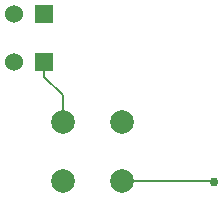
<source format=gbl>
G04 (created by PCBNEW-RS274X (2012-apr-16-27)-stable) date Mon 04 Feb 2013 11:54:55 AM PST*
G01*
G70*
G90*
%MOIN*%
G04 Gerber Fmt 3.4, Leading zero omitted, Abs format*
%FSLAX34Y34*%
G04 APERTURE LIST*
%ADD10C,0.006000*%
%ADD11C,0.078700*%
%ADD12R,0.060000X0.060000*%
%ADD13C,0.060000*%
%ADD14C,0.030000*%
%ADD15C,0.008000*%
G04 APERTURE END LIST*
G54D10*
G54D11*
X60574Y-46681D03*
X60574Y-48649D03*
X58606Y-48649D03*
X58606Y-46681D03*
G54D12*
X57990Y-44665D03*
G54D13*
X56990Y-44665D03*
G54D12*
X57990Y-43065D03*
G54D13*
X56990Y-43065D03*
G54D14*
X63660Y-48680D03*
G54D15*
X63629Y-48649D02*
X60574Y-48649D01*
X63660Y-48680D02*
X63629Y-48649D01*
X57990Y-44665D02*
X57990Y-45150D01*
X58606Y-45766D02*
X58606Y-46681D01*
X57990Y-45150D02*
X58606Y-45766D01*
M02*

</source>
